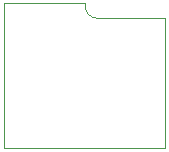
<source format=gbr>
%TF.GenerationSoftware,KiCad,Pcbnew,(5.1.6)-1*%
%TF.CreationDate,2021-06-02T19:48:48-07:00*%
%TF.ProjectId,Miniscope-v4-Wire-Free,4d696e69-7363-46f7-9065-2d76342d5769,rev?*%
%TF.SameCoordinates,Original*%
%TF.FileFunction,Profile,NP*%
%FSLAX46Y46*%
G04 Gerber Fmt 4.6, Leading zero omitted, Abs format (unit mm)*
G04 Created by KiCad (PCBNEW (5.1.6)-1) date 2021-06-02 19:48:48*
%MOMM*%
%LPD*%
G01*
G04 APERTURE LIST*
%TA.AperFunction,Profile*%
%ADD10C,0.050000*%
%TD*%
G04 APERTURE END LIST*
D10*
X93000000Y-70250000D02*
X93000000Y-59250000D01*
X93000000Y-59250000D02*
X87250000Y-59250000D01*
X79400000Y-58000000D02*
X79400000Y-70250000D01*
X86250000Y-58000000D02*
X86250000Y-58250000D01*
X86250000Y-58000000D02*
X85400000Y-58000000D01*
X93000000Y-59250000D02*
X93000000Y-59250000D01*
X87250000Y-59250000D02*
G75*
G02*
X86250000Y-58250000I0J1000000D01*
G01*
X79400000Y-70250000D02*
X93000000Y-70250000D01*
X79400000Y-58000000D02*
X85400000Y-58000000D01*
M02*

</source>
